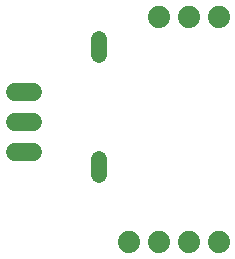
<source format=gbr>
G04 EAGLE Gerber RS-274X export*
G75*
%MOMM*%
%FSLAX34Y34*%
%LPD*%
%INBottom Copper*%
%IPPOS*%
%AMOC8*
5,1,8,0,0,1.08239X$1,22.5*%
G01*
%ADD10C,1.320800*%
%ADD11C,1.879600*%
%ADD12C,1.524000*%


D10*
X114300Y209804D02*
X114300Y196596D01*
X114300Y108204D02*
X114300Y94996D01*
D11*
X165100Y228600D03*
X190500Y228600D03*
X215900Y228600D03*
X215900Y38100D03*
X190500Y38100D03*
X165100Y38100D03*
X139700Y38100D03*
D12*
X58420Y114300D02*
X43180Y114300D01*
X43180Y139700D02*
X58420Y139700D01*
X58420Y165100D02*
X43180Y165100D01*
M02*

</source>
